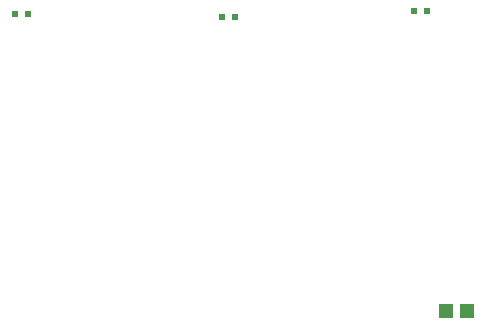
<source format=gbr>
G04 EAGLE Gerber RS-274X export*
G75*
%MOMM*%
%FSLAX34Y34*%
%LPD*%
%INSolderpaste Top*%
%IPPOS*%
%AMOC8*
5,1,8,0,0,1.08239X$1,22.5*%
G01*
%ADD10R,1.143000X1.270000*%
%ADD11R,0.609600X0.508000*%


D10*
X951230Y152400D03*
X969010Y152400D03*
D11*
X586232Y403860D03*
X597408Y403860D03*
X761492Y401320D03*
X772668Y401320D03*
X924052Y406400D03*
X935228Y406400D03*
M02*

</source>
